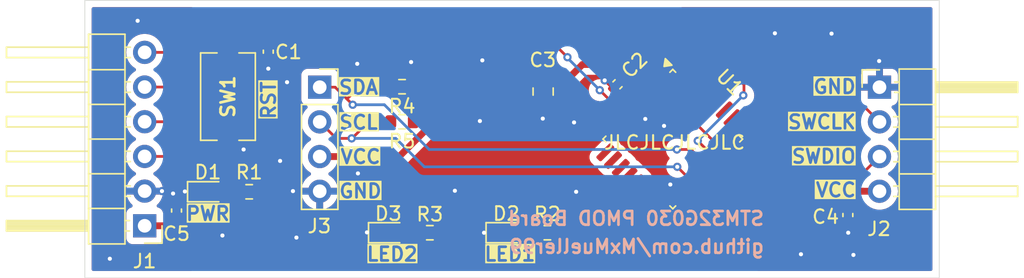
<source format=kicad_pcb>
(kicad_pcb (version 20240108) (generator "pcbnew") (generator_version "8.0")
  (layers (0 "F.Cu" signal) (31 "B.Cu" signal) (34 "B.Paste" user) (35 "F.Paste" user) (36 "B.SilkS" user "B.Silkscreen") (37 "F.SilkS" user "F.Silkscreen") (38 "B.Mask" user) (39 "F.Mask" user) (44 "Edge.Cuts" user))
  (net 0 "")
  (net 1 "PMOD_3.3V")
  (net 2 "GPIO_1")
  (net 3 "UART_RXD")
  (net 4 "PMOD_GND")
  (net 5 "GPIO_2")
  (net 6 "UART_TXD")
  (net 7 "Net-(D1-A)")
  (net 9 "Net-(D2-A)")
  (net 15 "Net-(U1-NRST)")
  (net 19 "Net-(D3-A)")
  (net 20 "SCL")
  (net 30 "SDA")
  (net 32 "SWDIO")
  (net 33 "SWCLK")
  (net 34 "LED1")
  (net 35 "LED2")
  (footprint "Package_QFP:LQFP-32_7x7mm_P0.8mm" (layer "F.Cu") (at 136.197843 78.9432 -45)
    (property "Reference" "U1" (at 0 -5.88 135) (layer "F.SilkS"))
    (property "Value" "STM32G030K8Tx")
    (fp_line (start -3.61 3.61) (end -3.61 3.31) (stroke (width 0.12)) (layer "F.SilkS"))
    (fp_line (start -3.31 3.61) (end -3.61 3.61) (stroke (width 0.12)) (layer "F.SilkS"))
    (fp_line (start 3.31 3.61) (end 3.61 3.61) (stroke (width 0.12)) (layer "F.SilkS"))
    (fp_line (start -3.61 -3.61) (end -3.61 -3.31) (stroke (width 0.12)) (layer "F.SilkS"))
    (fp_line (start 3.61 3.61) (end 3.61 3.31) (stroke (width 0.12)) (layer "F.SilkS"))
    (fp_line (start -3.31 -3.61) (end -3.61 -3.61) (stroke (width 0.12)) (layer "F.SilkS"))
    (fp_line (start 3.31 -3.61) (end 3.61 -3.61) (stroke (width 0.12)) (layer "F.SilkS"))
    (fp_line (start 3.61 -3.61) (end 3.61 -3.31) (stroke (width 0.12)) (layer "F.SilkS"))
    (fp_poly (pts (xy -4.2125 -3.31) (xy -4.5525 -3.78) (xy -3.8725 -3.780001) (xy -4.2125 -3.31)) (stroke (width 0.12)) (fill solid) (layer "F.SilkS"))
    (pad "1" smd roundrect (at -4.175 -2.8 315) (size 1.5 0.5) (layers "F.Cu" "F.Paste" "F.Mask"))
    (pad "2" smd roundrect (at -4.175 -2 315) (size 1.5 0.5) (layers "F.Cu" "F.Paste" "F.Mask"))
    (pad "3" smd roundrect (at -4.175 -1.2 315) (size 1.5 0.5) (layers "F.Cu" "F.Paste" "F.Mask"))
    (pad "4" smd roundrect (at -4.175 -0.4 315) (size 1.5 0.5) (layers "F.Cu" "F.Paste" "F.Mask") (net 1 "PMOD_3.3V"))
    (pad "5" smd roundrect (at -4.175 0.4 315) (size 1.5 0.5) (layers "F.Cu" "F.Paste" "F.Mask") (net 4 "PMOD_GND"))
    (pad "6" smd roundrect (at -4.175 1.2 315) (size 1.5 0.5) (layers "F.Cu" "F.Paste" "F.Mask") (net 15 "Net-(U1-NRST)"))
    (pad "7" smd roundrect (at -4.175 2 315) (size 1.5 0.5) (layers "F.Cu" "F.Paste" "F.Mask"))
    (pad "8" smd roundrect (at -4.175 2.8 315) (size 1.5 0.5) (layers "F.Cu" "F.Paste" "F.Mask"))
    (pad "9" smd roundrect (at -2.8 4.175 315) (size 0.5 1.5) (layers "F.Cu" "F.Paste" "F.Mask"))
    (pad "10" smd roundrect (at -2 4.175 315) (size 0.5 1.5) (layers "F.Cu" "F.Paste" "F.Mask"))
    (pad "11" smd roundrect (at -1.2 4.175 315) (size 0.5 1.5) (layers "F.Cu" "F.Paste" "F.Mask"))
    (pad "12" smd roundrect (at -0.4 4.175 315) (size 0.5 1.5) (layers "F.Cu" "F.Paste" "F.Mask"))
    (pad "13" smd roundrect (at 0.4 4.175 315) (size 0.5 1.5) (layers "F.Cu" "F.Paste" "F.Mask"))
    (pad "14" smd roundrect (at 1.2 4.175 315) (size 0.5 1.5) (layers "F.Cu" "F.Paste" "F.Mask"))
    (pad "15" smd roundrect (at 2 4.175 315) (size 0.5 1.5) (layers "F.Cu" "F.Paste" "F.Mask") (net 34 "LED1"))
    (pad "16" smd roundrect (at 2.8 4.175 315) (size 0.5 1.5) (layers "F.Cu" "F.Paste" "F.Mask") (net 35 "LED2"))
    (pad "17" smd roundrect (at 4.175 2.8 315) (size 1.5 0.5) (layers "F.Cu" "F.Paste" "F.Mask"))
    (pad "18" smd roundrect (at 4.175 2 315) (size 1.5 0.5) (layers "F.Cu" "F.Paste" "F.Mask"))
    (pad "19" smd roundrect (at 4.175 1.2 315) (size 1.5 0.5) (layers "F.Cu" "F.Paste" "F.Mask") (net 20 "SCL"))
    (pad "20" smd roundrect (at 4.175 0.4 315) (size 1.5 0.5) (layers "F.Cu" "F.Paste" "F.Mask"))
    (pad "21" smd roundrect (at 4.175 -0.4 315) (size 1.5 0.5) (layers "F.Cu" "F.Paste" "F.Mask") (net 30 "SDA"))
    (pad "22" smd roundrect (at 4.175 -1.2 315) (size 1.5 0.5) (layers "F.Cu" "F.Paste" "F.Mask") (net 2 "GPIO_1"))
    (pad "23" smd roundrect (at 4.175 -2 315) (size 1.5 0.5) (layers "F.Cu" "F.Paste" "F.Mask") (net 5 "GPIO_2"))
    (pad "24" smd roundrect (at 4.175 -2.8 315) (size 1.5 0.5) (layers "F.Cu" "F.Paste" "F.Mask") (net 32 "SWDIO"))
    (pad "25" smd roundrect (at 2.8 -4.175 315) (size 0.5 1.5) (layers "F.Cu" "F.Paste" "F.Mask") (net 33 "SWCLK"))
    (pad "26" smd roundrect (at 2 -4.175 315) (size 0.5 1.5) (layers "F.Cu" "F.Paste" "F.Mask"))
    (pad "27" smd roundrect (at 1.2 -4.175 315) (size 0.5 1.5) (layers "F.Cu" "F.Paste" "F.Mask"))
    (pad "28" smd roundrect (at 0.4 -4.175 315) (size 0.5 1.5) (layers "F.Cu" "F.Paste" "F.Mask"))
    (pad "29" smd roundrect (at -0.4 -4.175 315) (size 0.5 1.5) (layers "F.Cu" "F.Paste" "F.Mask"))
    (pad "30" smd roundrect (at -1.2 -4.175 315) (size 0.5 1.5) (layers "F.Cu" "F.Paste" "F.Mask") (net 6 "UART_TXD"))
    (pad "31" smd roundrect (at -2 -4.175 315) (size 0.5 1.5) (layers "F.Cu" "F.Paste" "F.Mask") (net 3 "UART_RXD"))
    (pad "32" smd roundrect (at -2.8 -4.175 315) (size 0.5 1.5) (layers "F.Cu" "F.Paste" "F.Mask"))
  )
  (footprint "Connector_PinHeader_2.54mm:PinHeader_1x06_P2.54mm_Horizontal" (layer "F.Cu") (at 97.593 85.2932 180)
    (property "Reference" "J1" (at 0.0062 -2.5908 180) (layer "F.SilkS"))
    (property "Value" "Conn_01x06")
    (fp_line (start 10.1 13.08) (end 4.1 13.08) (stroke (width 0.12)) (layer "F.SilkS"))
    (fp_line (start 10.1 12.32) (end 10.1 13.08) (stroke (width 0.12)) (layer "F.SilkS"))
    (fp_line (start 10.1 10.54) (end 4.1 10.54) (stroke (width 0.12)) (layer "F.SilkS"))
    (fp_line (start 10.1 9.78) (end 10.1 10.54) (stroke (width 0.12)) (layer "F.SilkS"))
    (fp_line (start 10.1 8) (end 4.1 8) (stroke (width 0.12)) (layer "F.SilkS"))
    (fp_line (start 10.1 7.24) (end 10.1 8) (stroke (width 0.12)) (layer "F.SilkS"))
    (fp_line (start 10.1 5.46) (end 4.1 5.46) (stroke (width 0.12)) (layer "F.SilkS"))
    (fp_line (start 10.1 4.7) (end 10.1 5.46) (stroke (width 0.12)) (layer "F.SilkS"))
    (fp_line (start 10.1 2.92) (end 4.1 2.92) (stroke (width 0.12)) (layer "F.SilkS"))
    (fp_line (start 10.1 2.16) (end 10.1 2.92) (stroke (width 0.12)) (layer "F.SilkS"))
    (fp_line (start 10.1 0.38) (end 4.1 0.38) (stroke (width 0.12)) (layer "F.SilkS"))
    (fp_line (start 10.1 -0.38) (end 10.1 0.38) (stroke (width 0.12)) (layer "F.SilkS"))
    (fp_line (start 4.1 14.03) (end 4.1 -1.33) (stroke (width 0.12)) (layer "F.SilkS"))
    (fp_line (start 4.1 12.32) (end 10.1 12.32) (stroke (width 0.12)) (layer "F.SilkS"))
    (fp_line (start 4.1 9.78) (end 10.1 9.78) (stroke (width 0.12)) (layer "F.SilkS"))
    (fp_line (start 4.1 7.24) (end 10.1 7.24) (stroke (width 0.12)) (layer "F.SilkS"))
    (fp_line (start 4.1 4.7) (end 10.1 4.7) (stroke (width 0.12)) (layer "F.SilkS"))
    (fp_line (start 4.1 2.16) (end 10.1 2.16) (stroke (width 0.12)) (layer "F.SilkS"))
    (fp_line (start 4.1 0.28) (end 10.1 0.28) (stroke (width 0.12)) (layer "F.SilkS"))
    (fp_line (start 4.1 0.16) (end 10.1 0.16) (stroke (width 0.12)) (layer "F.SilkS"))
    (fp_line (start 4.1 0.04) (end 10.1 0.04) (stroke (width 0.12)) (layer "F.SilkS"))
    (fp_line (start 4.1 -0.08) (end 10.1 -0.08) (stroke (width 0.12)) (layer "F.SilkS"))
    (fp_line (start 4.1 -0.2) (end 10.1 -0.2) (stroke (width 0.12)) (layer "F.SilkS"))
    (fp_line (start 4.1 -0.32) (end 10.1 -0.32) (stroke (width 0.12)) (layer "F.SilkS"))
    (fp_line (start 4.1 -0.38) (end 10.1 -0.38) (stroke (width 0.12)) (layer "F.SilkS"))
    (fp_line (start 4.1 -1.33) (end 1.44 -1.33) (stroke (width 0.12)) (layer "F.SilkS"))
    (fp_line (start 1.44 14.03) (end 4.1 14.03) (stroke (width 0.12)) (layer "F.SilkS"))
    (fp_line (start 1.44 11.43) (end 4.1 11.43) (stroke (width 0.12)) (layer "F.SilkS"))
    (fp_line (start 1.44 8.89) (end 4.1 8.89) (stroke (width 0.12)) (layer "F.SilkS"))
    (fp_line (start 1.44 6.35) (end 4.1 6.35) (stroke (width 0.12)) (layer "F.SilkS"))
    (fp_line (start 1.44 3.81) (end 4.1 3.81) (stroke (width 0.12)) (layer "F.SilkS"))
    (fp_line (start 1.44 1.27) (end 4.1 1.27) (stroke (width 0.12)) (layer "F.SilkS"))
    (fp_line (start 1.44 -1.33) (end 1.44 14.03) (stroke (width 0.12)) (layer "F.SilkS"))
    (fp_line (start 1.11 0.38) (end 1.44 0.38) (stroke (width 0.12)) (layer "F.SilkS"))
    (fp_line (start 1.11 -0.38) (end 1.44 -0.38) (stroke (width 0.12)) (layer "F.SilkS"))
    (fp_line (start 1.042929 13.08) (end 1.44 13.08) (stroke (width 0.12)) (layer "F.SilkS"))
    (fp_line (start 1.042929 12.32) (end 1.44 12.32) (stroke (width 0.12)) (layer "F.SilkS"))
    (fp_line (start 1.042929 10.54) (end 1.44 10.54) (stroke (width 0.12)) (layer "F.SilkS"))
    (fp_line (start 1.042929 9.78) (end 1.44 9.78) (stroke (width 0.12)) (layer "F.SilkS"))
    (fp_line (start 1.042929 8) (end 1.44 8) (stroke (width 0.12)) (layer "F.SilkS"))
    (fp_line (start 1.042929 7.24) (end 1.44 7.24) (stroke (width 0.12)) (layer "F.SilkS"))
    (fp_line (start 1.042929 5.46) (end 1.44 5.46) (stroke (width 0.12)) (layer "F.SilkS"))
    (fp_line (start 1.042929 4.7) (end 1.44 4.7) (stroke (width 0.12)) (layer "F.SilkS"))
    (fp_line (start 1.042929 2.92) (end 1.44 2.92) (stroke (width 0.12)) (layer "F.SilkS"))
    (fp_line (start 1.042929 2.16) (end 1.44 2.16) (stroke (width 0.12)) (layer "F.SilkS"))
    (fp_line (start -1.27 0) (end -1.27 -1.27) (stroke (width 0.12)) (layer "F.SilkS"))
    (fp_line (start -1.27 -1.27) (end 0 -1.27) (stroke (width 0.12)) (layer "F.SilkS"))
    (pad "1" thru_hole rect (at 0 0 180) (size 1.7 1.7) (drill 1) (layers "*.Cu" "*.Mask") (net 1 "PMOD_3.3V"))
    (pad "2" thru_hole oval (at 0 2.54 180) (size 1.7 1.7) (drill 1) (layers "*.Cu" "*.Mask") (net 4 "PMOD_GND"))
    (pad "3" thru_hole oval (at 0 5.08 180) (size 1.7 1.7) (drill 1) (layers "*.Cu" "*.Mask") (net 5 "GPIO_2"))
    (pad "4" thru_hole oval (at 0 7.62 180) (size 1.7 1.7) (drill 1) (layers "*.Cu" "*.Mask") (net 3 "UART_RXD"))
    (pad "5" thru_hole oval (at 0 10.16 180) (size 1.7 1.7) (drill 1) (layers "*.Cu" "*.Mask") (net 6 "UART_TXD"))
    (pad "6" thru_hole oval (at 0 12.7 180) (size 1.7 1.7) (drill 1) (layers "*.Cu" "*.Mask") (net 2 "GPIO_1"))
  )
  (footprint "Button_Switch_SMD:SW_Tactile_SPST_NO_Straight_CK_PTS636Sx25SMTRLFS" (layer "F.Cu") (at 103.6828 75.8332 90)
    (property "Reference" "SW1" (at 0 0 90) (layer "F.SilkS") (effects (font (thickness 0.2) (bold yes))))
    (property "Value" "SW_Push")
    (fp_line (start 3.2 -2) (end -3.2 -2) (stroke (width 0.12)) (layer "F.SilkS"))
    (fp_line (start -3.2 -2) (end -3.2 -0.8) (stroke (width 0.12)) (layer "F.SilkS"))
    (fp_line (start 3.2 -0.8) (end 3.2 -2) (stroke (width 0.12)) (layer "F.SilkS"))
    (fp_line (start -3.2 0.8) (end -3.2 2) (stroke (width 0.12)) (layer "F.SilkS"))
    (fp_line (start 3.2 2) (end 3.2 0.8) (stroke (width 0.12)) (layer "F.SilkS"))
    (fp_line (start -3.2 2) (end 3.2 2) (stroke (width 0.12)) (layer "F.SilkS"))
    (pad "1" smd rect (at -3.875 0 90) (size 1.25 1) (layers "F.Cu" "F.Paste" "F.Mask") (net 4 "PMOD_GND"))
    (pad "2" smd rect (at 3.875 0 90) (size 1.25 1) (layers "F.Cu" "F.Paste" "F.Mask") (net 15 "Net-(U1-NRST)"))
  )
  (footprint "Capacitor_SMD:C_0402_1005Metric" (layer "F.Cu") (at 132.1562 74.93 -135)
    (property "Reference" "C2" (at -1.867893 0.107763 -135) (layer "F.SilkS"))
    (property "Value" "100n")
    (fp_line (start -0.107836 0.36) (end 0.107836 0.36) (stroke (width 0.12)) (layer "F.SilkS"))
    (fp_line (start -0.107836 -0.36) (end 0.107836 -0.36) (stroke (width 0.12)) (layer "F.SilkS"))
    (pad "1" smd roundrect (at -0.48 0 225) (size 0.56 0.62) (layers "F.Cu" "F.Paste" "F.Mask") (net 1 "PMOD_3.3V"))
    (pad "2" smd roundrect (at 0.48 0 225) (size 0.56 0.62) (layers "F.Cu" "F.Paste" "F.Mask") (net 4 "PMOD_GND"))
  )
  (footprint "Capacitor_SMD:C_0402_1005Metric" (layer "F.Cu") (at 99.9236 84.1756 90)
    (property "Reference" "C5" (at -1.7018 0 0) (layer "F.SilkS"))
    (property "Value" "100n")
    (fp_line (start -0.107836 -0.36) (end 0.107836 -0.36) (stroke (width 0.12)) (layer "F.SilkS"))
    (fp_line (start -0.107836 0.36) (end 0.107836 0.36) (stroke (width 0.12)) (layer "F.SilkS"))
    (pad "1" smd roundrect (at -0.48 0 90) (size 0.56 0.62) (layers "F.Cu" "F.Paste" "F.Mask") (net 1 "PMOD_3.3V"))
    (pad "2" smd roundrect (at 0.48 0 90) (size 0.56 0.62) (layers "F.Cu" "F.Paste" "F.Mask") (net 4 "PMOD_GND"))
  )
  (footprint "Resistor_SMD:R_0603_1608Metric" (layer "F.Cu") (at 116.4082 77.6732 180)
    (property "Reference" "R5" (at 0 -1.43 180) (layer "F.SilkS"))
    (property "Value" "4.7k")
    (fp_line (start -0.237258 0.5225) (end 0.237258 0.5225) (stroke (width 0.12)) (layer "F.SilkS"))
    (fp_line (start -0.237258 -0.5225) (end 0.237258 -0.5225) (stroke (width 0.12)) (layer "F.SilkS"))
    (pad "1" smd roundrect (at -0.825 0 180) (size 0.8 0.95) (layers "F.Cu" "F.Paste" "F.Mask") (net 1 "PMOD_3.3V"))
    (pad "2" smd roundrect (at 0.825 0 180) (size 0.8 0.95) (layers "F.Cu" "F.Paste" "F.Mask") (net 20 "SCL"))
  )
  (footprint "Resistor_SMD:R_0603_1608Metric" (layer "F.Cu") (at 118.4392 85.8012 180)
    (property "Reference" "R3" (at 0 1.3462 180) (layer "F.SilkS"))
    (property "Value" "300")
    (fp_line (start -0.237258 0.5225) (end 0.237258 0.5225) (stroke (width 0.12)) (layer "F.SilkS"))
    (fp_line (start -0.237258 -0.5225) (end 0.237258 -0.5225) (stroke (width 0.12)) (layer "F.SilkS"))
    (pad "1" smd roundrect (at -0.825 0 180) (size 0.8 0.95) (layers "F.Cu" "F.Paste" "F.Mask") (net 35 "LED2"))
    (pad "2" smd roundrect (at 0.825 0 180) (size 0.8 0.95) (layers "F.Cu" "F.Paste" "F.Mask") (net 19 "Net-(D3-A)"))
  )
  (footprint "LED_SMD:LED_0603_1608Metric" (layer "F.Cu") (at 115.442 85.8012)
    (property "Reference" "D3" (at -0.0376 -1.397 0) (layer "F.SilkS"))
    (property "Value" "LED")
    (fp_line (start -1.485 -0.735) (end -1.485 0.735) (stroke (width 0.12)) (layer "F.SilkS"))
    (fp_line (start -1.485 0.735) (end 0.8 0.735) (stroke (width 0.12)) (layer "F.SilkS"))
    (fp_line (start 0.8 -0.735) (end -1.485 -0.735) (stroke (width 0.12)) (layer "F.SilkS"))
    (pad "1" smd roundrect (at -0.7875 0) (size 0.875 0.95) (layers "F.Cu" "F.Paste" "F.Mask") (net 4 "PMOD_GND"))
    (pad "2" smd roundrect (at 0.7875 0) (size 0.875 0.95) (layers "F.Cu" "F.Paste" "F.Mask") (net 19 "Net-(D3-A)"))
  )
  (footprint "LED_SMD:LED_0603_1608Metric" (layer "F.Cu") (at 124.0338 85.8012)
    (property "Reference" "D2" (at -0.0056 -1.397 0) (layer "F.SilkS"))
    (property "Value" "LED")
    (fp_line (start -1.485 -0.735) (end -1.485 0.735) (stroke (width 0.12)) (layer "F.SilkS"))
    (fp_line (start -1.485 0.735) (end 0.8 0.735) (stroke (width 0.12)) (layer "F.SilkS"))
    (fp_line (start 0.8 -0.735) (end -1.485 -0.735) (stroke (width 0.12)) (layer "F.SilkS"))
    (pad "1" smd roundrect (at -0.7875 0) (size 0.875 0.95) (layers "F.Cu" "F.Paste" "F.Mask") (net 4 "PMOD_GND"))
    (pad "2" smd roundrect (at 0.7875 0) (size 0.875 0.95) (layers "F.Cu" "F.Paste" "F.Mask") (net 9 "Net-(D2-A)"))
  )
  (footprint "Connector_PinHeader_2.54mm:PinHeader_1x04_P2.54mm_Horizontal" (layer "F.Cu") (at 151.3078 75.1432)
    (property "Reference" "J2" (at -0.033 10.3786 0) (layer "F.SilkS"))
    (property "Value" "Conn_01x04" (hide yes))
    (fp_line (start -1.27 -1.27) (end 0 -1.27) (stroke (width 0.12)) (layer "F.SilkS"))
    (fp_line (start -1.27 0) (end -1.27 -1.27) (stroke (width 0.12)) (layer "F.SilkS"))
    (fp_line (start 1.042929 2.16) (end 1.44 2.16) (stroke (width 0.12)) (layer "F.SilkS"))
    (fp_line (start 1.042929 2.92) (end 1.44 2.92) (stroke (width 0.12)) (layer "F.SilkS"))
    (fp_line (start 1.042929 4.7) (end 1.44 4.7) (stroke (width 0.12)) (layer "F.SilkS"))
    (fp_line (start 1.042929 5.46) (end 1.44 5.46) (stroke (width 0.12)) (layer "F.SilkS"))
    (fp_line (start 1.042929 7.24) (end 1.44 7.24) (stroke (width 0.12)) (layer "F.SilkS"))
    (fp_line (start 1.042929 8) (end 1.44 8) (stroke (width 0.12)) (layer "F.SilkS"))
    (fp_line (start 1.11 -0.38) (end 1.44 -0.38) (stroke (width 0.12)) (layer "F.SilkS"))
    (fp_line (start 1.11 0.38) (end 1.44 0.38) (stroke (width 0.12)) (layer "F.SilkS"))
    (fp_line (start 1.44 -1.33) (end 1.44 8.95) (stroke (width 0.12)) (layer "F.SilkS"))
    (fp_line (start 1.44 1.27) (end 4.1 1.27) (stroke (width 0.12)) (layer "F.SilkS"))
    (fp_line (start 1.44 3.81) (end 4.1 3.81) (stroke (width 0.12)) (layer "F.SilkS"))
    (fp_line (start 1.44 6.35) (end 4.1 6.35) (stroke (width 0.12)) (layer "F.SilkS"))
    (fp_line (start 1.44 8.95) (end 4.1 8.95) (stroke (width 0.12)) (layer "F.SilkS"))
    (fp_line (start 4.1 -1.33) (end 1.44 -1.33) (stroke (width 0.12)) (layer "F.SilkS"))
    (fp_line (start 4.1 -0.38) (end 10.1 -0.38) (stroke (width 0.12)) (layer "F.SilkS"))
    (fp_line (start 4.1 -0.32) (end 10.1 -0.32) (stroke (width 0.12)) (layer "F.SilkS"))
    (fp_line (start 4.1 -0.2) (end 10.1 -0.2) (stroke (width 0.12)) (layer "F.SilkS"))
    (fp_line (start 4.1 -0.08) (end 10.1 -0.08) (stroke (width 0.12)) (layer "F.SilkS"))
    (fp_line (start 4.1 0.04) (end 10.1 0.04) (stroke (width 0.12)) (layer "F.SilkS"))
    (fp_line (start 4.1 0.16) (end 10.1 0.16) (stroke (width 0.12)) (layer "F.SilkS"))
    (fp_line (start 4.1 0.28) (end 10.1 0.28) (stroke (width 0.12)) (layer "F.SilkS"))
    (fp_line (start 4.1 2.16) (end 10.1 2.16) (stroke (width 0.12)) (layer "F.SilkS"))
    (fp_line (start 4.1 4.7) (end 10.1 4.7) (stroke (width 0.12)) (layer "F.SilkS"))
    (fp_line (start 4.1 7.24) (end 10.1 7.24) (stroke (width 0.12)) (layer "F.SilkS"))
    (fp_line (start 4.1 8.95) (end 4.1 -1.33) (stroke (width 0.12)) (layer "F.SilkS"))
    (fp_line (start 10.1 -0.38) (end 10.1 0.38) (stroke (width 0.12)) (layer "F.SilkS"))
    (fp_line (start 10.1 0.38) (end 4.1 0.38) (stroke (width 0.12)) (layer "F.SilkS"))
    (fp_line (start 10.1 2.16) (end 10.1 2.92) (stroke (width 0.12)) (layer "F.SilkS"))
    (fp_line (start 10.1 2.92) (end 4.1 2.92) (stroke (width 0.12)) (layer "F.SilkS"))
    (fp_line (start 10.1 4.7) (end 10.1 5.46) (stroke (width 0.12)) (layer "F.SilkS"))
    (fp_line (start 10.1 5.46) (end 4.1 5.46) (stroke (width 0.12)) (layer "F.SilkS"))
    (fp_line (start 10.1 7.24) (end 10.1 8) (stroke (width 0.12)) (layer "F.SilkS"))
    (fp_line (start 10.1 8) (end 4.1 8) (stroke (width 0.12)) (layer "F.SilkS"))
    (pad "1" thru_hole rect (at 0 0) (size 1.7 1.7) (drill 1) (layers "*.Cu" "*.Mask") (net 4 "PMOD_GND"))
    (pad "2" thru_hole oval (at 0 2.54) (size 1.7 1.7) (drill 1) (layers "*.Cu" "*.Mask") (net 33 "SWCLK"))
    (pad "3" thru_hole oval (at 0 5.08) (size 1.7 1.7) (drill 1) (layers "*.Cu" "*.Mask") (net 32 "SWDIO"))
    (pad "4" thru_hole oval (at 0 7.62) (size 1.7 1.7) (drill 1) (layers "*.Cu" "*.Mask") (net 1 "PMOD_3.3V"))
  )
  (footprint "Resistor_SMD:R_0603_1608Metric" (layer "F.Cu") (at 127.031 85.8012 180)
    (property "Reference" "R2" (at 0.0056 1.3716 180) (layer "F.SilkS"))
    (property "Value" "300")
    (fp_line (start -0.237258 0.5225) (end 0.237258 0.5225) (stroke (width 0.12)) (layer "F.SilkS"))
    (fp_line (start -0.237258 -0.5225) (end 0.237258 -0.5225) (stroke (width 0.12)) (layer "F.SilkS"))
    (pad "1" smd roundrect (at -0.825 0 180) (size 0.8 0.95) (layers "F.Cu" "F.Paste" "F.Mask") (net 34 "LED1"))
    (pad "2" smd roundrect (at 0.825 0 180) (size 0.8 0.95) (layers "F.Cu" "F.Paste" "F.Mask") (net 9 "Net-(D2-A)"))
  )
  (footprint "Resistor_SMD:R_0603_1608Metric" (layer "F.Cu") (at 105.2322 82.804 180)
    (property "Reference" "R1" (at 0.0004 1.43 180) (layer "F.SilkS"))
    (property "Value" "1.5k")
    (fp_line (start -0.237258 0.5225) (end 0.237258 0.5225) (stroke (width 0.12)) (layer "F.SilkS"))
    (fp_line (start -0.237258 -0.5225) (end 0.237258 -0.5225) (stroke (width 0.12)) (layer "F.SilkS"))
    (pad "1" smd roundrect (at -0.825 0 180) (size 0.8 0.95) (layers "F.Cu" "F.Paste" "F.Mask") (net 1 "PMOD_3.3V"))
    (pad "2" smd roundrect (at 0.825 0 180) (size 0.8 0.95) (layers "F.Cu" "F.Paste" "F.Mask") (net 7 "Net-(D1-A)"))
  )
  (footprint "Resistor_SMD:R_0603_1608Metric" (layer "F.Cu") (at 116.4082 75.1078 180)
    (property "Reference" "R4" (at 0 -1.43 180) (layer "F.SilkS"))
    (property "Value" "4.7k")
    (fp_line (start -0.237258 0.5225) (end 0.237258 0.5225) (stroke (width 0.12)) (layer "F.SilkS"))
    (fp_line (start -0.237258 -0.5225) (end 0.237258 -0.5225) (stroke (width 0.12)) (layer "F.SilkS"))
    (pad "1" smd roundrect (at -0.825 0 180) (size 0.8 0.95) (layers "F.Cu" "F.Paste" "F.Mask") (net 1 "PMOD_3.3V"))
    (pad "2" smd roundrect (at 0.825 0 180) (size 0.8 0.95) (layers "F.Cu" "F.Paste" "F.Mask") (net 30 "SDA"))
  )
  (footprint "LED_SMD:LED_0603_1608Metric" (layer "F.Cu") (at 102.2128 82.7996)
    (property "Reference" "D1" (at 0 -1.43 0) (layer "F.SilkS"))
    (property "Value" "LED")
    (fp_line (start -1.485 -0.735) (end -1.485 0.735) (stroke (width 0.12)) (layer "F.SilkS"))
    (fp_line (start -1.485 0.735) (end 0.8 0.735) (stroke (width 0.12)) (layer "F.SilkS"))
    (fp_line (start 0.8 -0.735) (end -1.485 -0.735) (stroke (width 0.12)) (layer "F.SilkS"))
    (pad "1" smd roundrect (at -0.7875 0) (size 0.875 0.95) (layers "F.Cu" "F.Paste" "F.Mask") (net 4 "PMOD_GND"))
    (pad "2" smd roundrect (at 0.7875 0) (size 0.875 0.95) (layers "F.Cu" "F.Paste" "F.Mask") (net 7 "Net-(D1-A)"))
  )
  (footprint "Connector_PinSocket_2.54mm:PinSocket_1x04_P2.54mm_Vertical" (layer "F.Cu") (at 110.3884 75.1432)
    (property "Reference" "J3" (at -0.0254 10.1754 0) (layer "F.SilkS"))
    (property "Value" "Conn_01x04")
    (fp_line (start -1.33 1.27) (end -1.33 8.95) (stroke (width 0.12)) (layer "F.SilkS"))
    (fp_line (start -1.33 1.27) (end 1.33 1.27) (stroke (width 0.12)) (layer "F.SilkS"))
    (fp_line (start -1.33 8.95) (end 1.33 8.95) (stroke (width 0.12)) (layer "F.SilkS"))
    (fp_line (start 0 -1.33) (end 1.33 -1.33) (stroke (width 0.12)) (layer "F.SilkS"))
    (fp_line (start 1.33 -1.33) (end 1.33 0) (stroke (width 0.12)) (layer "F.SilkS"))
    (fp_line (start 1.33 1.27) (end 1.33 8.95) (stroke (width 0.12)) (layer "F.SilkS"))
    (pad "1" thru_hole rect (at 0 0) (size 1.7 1.7) (drill 1) (layers "*.Cu" "*.Mask") (net 30 "SDA"))
    (pad "2" thru_hole oval (at 0 2.54) (size 1.7 1.7) (drill 1) (layers "*.Cu" "*.Mask") (net 20 "SCL"))
    (pad "3" thru_hole oval (at 0 5.08) (size 1.7 1.7) (drill 1) (layers "*.Cu" "*.Mask") (net 1 "PMOD_3.3V"))
    (pad "4" thru_hole oval (at 0 7.62) (size 1.7 1.7) (drill 1) (layers "*.Cu" "*.Mask") (net 4 "PMOD_GND"))
  )
  (footprint "Capacitor_SMD:C_0402_1005Metric" (layer "F.Cu") (at 148.9964 84.5058 -90)
    (property "Reference" "C4" (at 0.127 1.6256 180) (layer "F.SilkS"))
    (property "Value" "100n")
    (fp_line (start -0.107836 0.36) (end 0.107836 0.36) (stroke (width 0.12)) (layer "F.SilkS"))
    (fp_line (start -0.107836 -0.36) (end 0.107836 -0.36) (stroke (width 0.12)) (layer "F.SilkS"))
    (pad "1" smd roundrect (at -0.48 0 270) (size 0.56 0.62) (layers "F.Cu" "F.Paste" "F.Mask") (net 1 "PMOD_3.3V"))
    (pad "2" smd roundrect (at 0.48 0 270) (size 0.56 0.62) (layers "F.Cu" "F.Paste" "F.Mask") (net 4 "PMOD_GND"))
  )
  (footprint "Capacitor_SMD:C_0402_1005Metric" (layer "F.Cu") (at 106.6292 72.5424 -90)
    (property "Reference" "C1" (at 0.0254 -1.4732 180) (layer "F.SilkS"))
    (property "Value" "0.1u")
    (fp_line (start -0.107836 0.36) (end 0.107836 0.36) (stroke (width 0.12)) (layer "F.SilkS"))
    (fp_line (start -0.107836 -0.36) (end 0.107836 -0.36) (stroke (width 0.12)) (layer "F.SilkS"))
    (pad "1" smd roundrect (at -0.48 0 270) (size 0.56 0.62) (layers "F.Cu" "F.Paste" "F.Mask") (net 15 "Net-(U1-NRST)"))
    (pad "2" smd roundrect (at 0.48 0 270) (size 0.56 0.62) (layers "F.Cu" "F.Paste" "F.Mask") (net 4 "PMOD_GND"))
  )
  (footprint "Capacitor_SMD:C_0805_2012Metric" (layer "F.Cu") (at 126.7206 75.4634 -90)
    (property "Reference" "C3" (at -2.3114 0.0254 180) (layer "F.SilkS"))
    (property "Value" "4.7u")
    (fp_line (start -0.261252 0.735) (end 0.261252 0.735) (stroke (width 0.12)) (layer "F.SilkS"))
    (fp_line (start -0.261252 -0.735) (end 0.261252 -0.735) (stroke (width 0.12)) (layer "F.SilkS"))
    (pad "1" smd roundrect (at -0.95 0 270) (size 1 1.45) (layers "F.Cu" "F.Paste" "F.Mask") (net 1 "PMOD_3.3V"))
    (pad "2" smd roundrect (at 0.95 0 270) (size 1 1.45) (layers "F.Cu" "F.Paste" "F.Mask") (net 4 "PMOD_GND"))
  )
  (gr_rect (start 93.218 68.7832) (end 155.6766 89.1032) (stroke (width 0.05)) (fill none) (layer "Edge.Cuts"))
  (gr_text "github.com/MxMueller99" (at 142.9766 87.4014 0) (layer "B.SilkS") (effects (font (size 1 1) (thickness 0.2) (bold yes)) (justify left bottom mirror)))
  (gr_text "STM32G030 PMOD Board" (at 142.9766 85.344 0) (layer "B.SilkS") (effects (font (size 1 1) (thickness 0.2) (bold yes)) (justify left bottom mirror)))
  (gr_text "RST" (at 107.2388 77.597 90) (layer "F.SilkS" knockout) (effects (font (size 1 1) (thickness 0.2) (bold yes)) (justify left bottom)))
  (gr_text "VCC" (at 146.557761 83.2612 0) (layer "F.SilkS" knockout) (effects (font (size 1 1) (thickness 0.2) (bold yes)) (justify left bottom)))
  (gr_text "GND" (at 111.7092 83.3374 0) (layer "F.SilkS" knockout) (effects (font (size 1 1) (thickness 0.2) (bold yes)) (justify left bottom)))
  (gr_text "SDA" (at 111.6838 75.7428 0) (layer "F.SilkS" knockout) (effects (font (size 1 1) (thickness 0.2) (bold yes)) (justify left bottom)))
  (gr_text "JLCJLCJLCJLC" (at 131.0894 79.7814 0) (layer "F.SilkS") (effects (font (size 1 1)) (justify left bottom)))
  (gr_text "VCC" (at 111.8108 80.8228 0) (layer "F.SilkS" knockout) (effects (font (size 1 1) (thickness 0.2) (bold yes)) (justify left bottom)))
  (gr_text "SWCLK" (at 144.510142 78.2828 0) (layer "F.SilkS" knockout) (effects (font (size 1 1) (thickness 0.2) (bold yes)) (justify left bottom)))
  (gr_text "LED2" (at 113.7158 87.9602 0) (layer "F.SilkS" knockout) (effects (font (size 1 1) (thickness 0.2) (bold yes)) (justify left bottom)))
  (gr_text "PWR" (at 100.5078 84.9884 0) (layer "F.SilkS" knockout) (effects (font (size 1 1) (thickness 0.2) (bold yes)) (justify left bottom)))
  (gr_text "SWDIO" (at 144.795857 80.7974 0) (layer "F.SilkS" knockout) (effects (font (size 1 1) (thickness 0.2) (bold yes)) (justify left bottom)))
  (gr_text "LED1" (at 122.3264 87.9602 0) (layer "F.SilkS" knockout) (effects (font (size 1 1) (thickness 0.2) (bold yes)) (justify left bottom)))
  (gr_text "GND" (at 146.367285 75.692 0) (layer "F.SilkS" knockout) (effects (font (size 1 1) (thickness 0.2) (bold yes)) (justify left bottom)))
  (gr_text "SCL" (at 111.7092 78.3082 0) (layer "F.SilkS" knockout) (effects (font (size 1 1) (thickness 0.2) (bold yes)) (justify left bottom)))
  (segment (start 114.6048 83.2866) (end 114.6048 81.8134) (width 0.5) (layer "F.Cu") (net 1))
  (segment (start 109.5502 88.265) (end 141.4194 88.265) (width 0.5) (layer "F.Cu") (net 1))
  (segment (start 101.981 88.265) (end 109.5502 88.265) (width 0.5) (layer "F.Cu") (net 1))
  (segment (start 148.9964 84.0258) (end 148.9964 83.8554) (width 0.2) (layer "F.Cu") (net 1))
  (segment (start 99.0092 85.2932) (end 101.981 88.265) (width 0.5) (layer "F.Cu") (net 1))
  (segment (start 109.5502 88.265) (end 114.5286 83.2866) (width 0.5) (layer "F.Cu") (net 1))
  (segment (start 150.0886 82.7632) (end 151.3078 82.7632) (width 0.5) (layer "F.Cu") (net 1))
  (segment (start 101.981 88.265) (end 104.0892 88.265) (width 0.5) (layer "F.Cu") (net 1))
  (segment (start 118.0338 77.6732) (end 118.3894 78.0288) (width 0.2) (layer "F.Cu") (net 1))
  (segment (start 121.8946 74.549) (end 121.9302 74.5134) (width 0.5) (layer "F.Cu") (net 1))
  (segment (start 117.2332 77.6732) (end 118.0338 77.6732) (width 0.2) (layer "F.Cu") (net 1))
  (segment (start 99.9236 84.6556) (end 99.6468 84.6556) (width 0.2) (layer "F.Cu") (net 1))
  (segment (start 131.387222 73.4822) (end 132.495611 74.590589) (width 0.5) (layer "F.Cu") (net 1))
  (segment (start 110.3884 80.2232) (end 113.1162 80.2232) (width 0.5) (layer "F.Cu") (net 1))
  (segment (start 114.5286 83.2866) (end 114.6048 83.2866) (width 0.5) (layer "F.Cu") (net 1))
  (segment (start 114.6556 81.7626) (end 118.3894 78.0288) (width 0.5) (layer "F.Cu") (net 1))
  (segment (start 146.9212 82.7632) (end 150.0886 82.7632) (width 0.5) (layer "F.Cu") (net 1))
  (segment (start 97.593 85.2932) (end 99.0092 85.2932) (width 0.5) (layer "F.Cu") (net 1))
  (segment (start 106.0572 86.297) (end 106.0572 82.804) (width 0.5) (layer "F.Cu") (net 1))
  (segment (start 141.4194 88.265) (end 146.9212 82.7632) (width 0.5) (layer "F.Cu") (net 1))
  (segment (start 132.495611 74.675282) (end 133.528515 75.708186) (width 0.5) (layer "F.Cu") (net 1))
  (segment (start 121.8692 74.549) (end 121.8946 74.549) (width 0.5) (layer "F.Cu") (net 1))
  (segment (start 99.6468 84.6556) (end 99.0092 85.2932) (width 0.2) (layer "F.Cu") (net 1))
  (segment (start 120.3452 76.073) (end 121.8692 74.549) (width 0.5) (layer "F.Cu") (net 1))
  (segment (start 121.9302 74.5134) (end 126.7206 74.5134) (width 0.5) (layer "F.Cu") (net 1))
  (segment (start 119.38 75.1078) (end 120.3452 76.073) (width 0.2) (layer "F.Cu") (net 1))
  (segment (start 126.7206 74.5134) (end 128.5596 74.5134) (width 0.5) (layer "F.Cu") (net 1))
  (segment (start 148.9964 83.8554) (end 150.0886 82.7632) (width 0.2) (layer "F.Cu") (net 1))
  (segment (start 128.5596 74.5134) (end 129.5908 73.4822) (width 0.5) (layer "F.Cu") (net 1))
  (segment (start 129.5908 73.4822) (end 131.387222 73.4822) (width 0.5) (layer "F.Cu") (net 1))
  (segment (start 117.2332 75.1078) (end 119.38 75.1078) (width 0.2) (layer "F.Cu") (net 1))
  (segment (start 114.6048 81.8134) (end 114.6556 81.7626) (width 0.5) (layer "F.Cu") (net 1))
  (segment (start 104.0892 88.265) (end 106.0572 86.297) (width 0.5) (layer "F.Cu") (net 1))
  (segment (start 118.3894 78.0288) (end 120.3452 76.073) (width 0.5) (layer "F.Cu") (net 1))
  (segment (start 114.6556 81.7626) (end 113.1162 80.2232) (width 0.5) (layer "F.Cu") (net 1))
  (segment (start 132.495611 74.590589) (end 132.495611 74.675282) (width 0.5) (layer "F.Cu") (net 1))
  (segment (start 135.9854 69.539) (end 101.915742 69.539) (width 0.2) (layer "F.Cu") (net 2))
  (segment (start 101.915742 69.539) (end 100.0444 71.410345) (width 0.2) (layer "F.Cu") (net 2))
  (segment (start 99.9998 71.9836) (end 99.3902 72.5932) (width 0.2) (layer "F.Cu") (net 2))
  (segment (start 139.998542 81.046843) (end 139.998542 81.045142) (width 0.2) (layer "F.Cu") (net 2))
  (segment (start 141.351 75.575721) (end 141.4018 75.524921) (width 0.2) (layer "F.Cu") (net 2))
  (segment (start 100.0444 71.410345) (end 100.0444 71.9836) (width 0.2) (layer "F.Cu") (net 2))
  (segment (start 141.4018 74.9554) (end 135.9854 69.539) (width 0.2) (layer "F.Cu") (net 2))
  (segment (start 99.3902 72.5932) (end 97.593 72.5932) (width 0.2) (layer "F.Cu") (net 2))
  (segment (start 141.4018 75.524921) (end 141.4018 74.9554) (width 0.2) (layer "F.Cu") (net 2))
  (segment (start 141.351 75.7428) (end 141.351 75.575721) (width 0.2) (layer "F.Cu") (net 2))
  (segment (start 139.998542 81.045142) (end 138.0236 79.0702) (width 0.2) (layer "F.Cu") (net 2))
  (segment (start 100.0444 71.9836) (end 99.9998 71.9836) (width 0.2) (layer "F.Cu") (net 2))
  (via (at 141.351 75.7428) (size 0.6) (drill 0.3) (layers "F.Cu" "B.Cu") (net 2))
  (via (at 138.0236 79.0702) (size 0.6) (drill 0.3) (layers "F.Cu" "B.Cu") (net 2))
  (segment (start 138.0236 79.0702) (end 141.351 75.7428) (width 0.2) (layer "B.Cu") (net 2))
  (segment (start 134.982909 70.339) (end 102.247114 70.339) (width 0.2) (layer "F.Cu") (net 3))
  (segment (start 138.127894 73.483985) (end 134.982909 70.339) (width 0.2) (layer "F.Cu") (net 3))
  (segment (start 102.247114 70.339) (end 100.8444 71.741715) (width 0.2) (layer "F.Cu") (net 3))
  (segment (start 100.8444 71.741715) (end 100.8444 77.1588) (width 0.2) (layer "F.Cu") (net 3))
  (segment (start 137.7358 74.576816) (end 138.127894 74.184722) (width 0.2) (layer "F.Cu") (net 3))
  (segment (start 100.8444 77.1588) (end 100.33 77.6732) (width 0.2) (layer "F.Cu") (net 3))
  (segment (start 100.33 77.6732) (end 97.593 77.6732) (width 0.2) (layer "F.Cu") (net 3))
  (segment (start 138.127894 74.184722) (end 138.127894 73.483985) (width 0.2) (layer "F.Cu") (net 3))
  (segment (start 99.9236 83.185) (end 99.6696 82.931) (width 0.2) (layer "F.Cu") (net 4))
  (segment (start 97.593 82.7532) (end 98.8568 82.7532) (width 0.5) (layer "F.Cu") (net 4))
  (segment (start 132.992072 76.273872) (end 134.1882 77.47) (width 0.5) (layer "F.Cu") (net 4))
  (segment (start 131.816789 75.244473) (end 131.218572 74.646256) (width 0.2) (layer "F.Cu") (net 4))
  (segment (start 126.7206 76.4134) (end 126.7206 77.4192) (width 0.5) (layer "F.Cu") (net 4))
  (segment (start 151.3078 73.2536) (end 151.2824 73.2282) (width 0.5) (layer "F.Cu") (net 4))
  (segment (start 131.816789 75.269411) (end 131.816789 75.244473) (width 0.2) (layer "F.Cu") (net 4))
  (segment (start 113.8682 85.8012) (end 113.8428 85.7758) (width 0.2) (layer "F.Cu") (net 4))
  (segment (start 151.3078 75.1432) (end 151.3078 73.2536) (width 0.5) (layer "F.Cu") (net 4))
  (segment (start 100.5542 82.7996) (end 100.5332 82.7786) (width 0.2) (layer "F.Cu") (net 4))
  (segment (start 148.9964 85.7758) (end 149.0218 85.8012) (width 0.2) (layer "F.Cu") (net 4))
  (segment (start 110.3884 82.7632) (end 108.4426 82.7632) (width 0.5) (layer "F.Cu") (net 4))
  (segment (start 99.9236 83.6956) (end 99.9236 83.185) (width 0.2) (layer "F.Cu") (net 4))
  (segment (start 106.6292 73.0224) (end 106.6292 73.787) (width 0.2) (layer "F.Cu") (net 4))
  (segment (start 123.2463 85.8012) (end 122.4026 85.8012) (width 0.2) (layer "F.Cu") (net 4))
  (segment (start 108.4426 82.7632) (end 108.4326 82.7532) (width 0.5) (layer "F.Cu") (net 4))
  (segment (start 131.816789 75.269411) (end 131.816789 75.18852) (width 0.2) (layer "F.Cu") (net 4))
  (segment (start 126.7206 77.4192) (end 126.6952 77.4446) (width 0.5) (layer "F.Cu") (net 4))
  (segment (start 114.6545 85.8012) (end 113.8682 85.8012) (width 0.2) (layer "F.Cu") (net 4))
  (segment (start 132.962829 76.273872) (end 132.992072 76.273872) (width 0.5) (layer "F.Cu") (net 4))
  (segment (start 101.4253 82.7996) (end 100.5542 82.7996) (width 0.2) (layer "F.Cu") (net 4))
  (segment (start 103.6828 79.7082) (end 104.8228 79.7082) (width 0.5) (layer "F.Cu") (net 4))
  (segment (start 104.8228 79.7082) (end 104.8258 79.7052) (width 0.5) (layer "F.Cu") (net 4))
  (segment (start 148.9964 84.9858) (end 148.9964 85.7758) (width 0.2) (layer "F.Cu") (net 4))
  (via (at 99.6696 82.931) (size 0.6) (drill 0.3) (layers "F.Cu" "B.Cu") (net 4))
  (via (at 104.8258 79.7052) (size 0.6) (drill 0.3) (layers "F.Cu" "B.Cu") (net 4))
  (via (at 113.1824 81.4578) (size 0.6) (drill 0.3) (layers "F.Cu" "B.Cu") (net 4))
  (via (at 131.218572 74.646256) (size 0.6) (drill 0.3) (layers "F.Cu" "B.Cu") (net 4))
  (via (at 107.4928 80.5434) (size 0.6) (drill 0.3) (layers "F.Cu" "B.Cu") (net 4))
  (via (at 113.1316 73.4314) (size 0.6) (drill 0.3) (layers "F.Cu" "B.Cu") (net 4))
  (via (at 149.0218 85.8012) (size 0.6) (drill 0.3) (layers "F.Cu" "B.Cu") (net 4))
  (via (at 108.0008 74.7776) (size 0.6) (drill 0.3) (layers "F.Cu" "B.Cu") (net 4))
  (via (at 128.9812 77.724) (size 0.6) (drill 0.3) (layers "F.Cu" "B.Cu") (net 4))
  (via (at 95.0468 87.7062) (size 0.6) (drill 0.3) (layers "F.Cu" "B.Cu") (net 4))
  (via (at 129.1336 82.804) (size 0.6) (drill 0.3) (layers "F.Cu" "B.Cu") (net 4))
  (via (at 108.6866 86.1568) (size 0.6) (drill 0.3) (layers "F.Cu" "B.Cu") (net 4))
  (via (at 97.0788 70.2818) (size 0.6) (drill 0.3) (layers "F.Cu" "B.Cu") (net 4))
  (via (at 135.5598 77.978) (size 0.6) (drill 0.3) (layers "F.Cu" "B.Cu") (net 4))
  (via (at 106.6292 73.787) (size 0.6) (drill 0.3) (layers "F.Cu" "B.Cu") (net 4))
  (via (at 103.2764 86.0044) (size 0.6) (drill 0.3) (layers "F.Cu" "B.Cu") (net 4))
  (via (at 108.4326 82.7532) (size 0.6) (drill 0.3) (layers "F.Cu" "B.Cu") (net 4))
  (via (at 134.1882 77.47) (size 0.6) (drill 0.3) (layers "F.Cu" "B.Cu") (net 4))
  (via (at 143.6624 71.1962) (size 0.6) (drill 0.3) (layers "F.Cu" "B.Cu") (net 4))
  (via (at 120.269 82.7278) (size 0.6) (drill 0.3) (layers "F.Cu" "B.Cu") (net 4))
  (via (at 145.5674 87.376) (size 0.6) (drill 0.3) (layers "F.Cu" "B.Cu") (net 4))
  (via (at 136.017 82.2706) (size 0.6) (drill 0.3) (layers "F.Cu" "B.Cu") (net 4))
  (via (at 113.8428 85.7758) (size 0.6) (drill 0.3) (layers "F.Cu" "B.Cu") (net 4))
  (via (at 117.0686 73.3044) (size 0.6) (drill 0.3) (layers "F.Cu" "B.Cu") (net 4))
  (via (at 122.2756 73.1774) (size 0.6) (drill 0.3) (layers "F.Cu" "B.Cu") (net 4))
  (via (at 122.0978 77.6224) (size 0.6) (drill 0.3) (layers "F.Cu" "B.Cu") (net 4))
  (via (at 151.2824 73.2282) (size 0.6) (drill 0.3) (layers "F.Cu" "B.Cu") (net 4))
  (via (at 98.8568 82.7532) (size 0.6) (drill 0.3) (layers "F.Cu" "B.Cu") (net 4))
  (via (at 149.4028 87.4268) (size 0.6) (drill 0.3) (layers "F.Cu" "B.Cu") (net 4))
  (via (at 147.8026 71.2216) (size 0.6) (drill 0.3) (layers "F.Cu" "B.Cu") (net 4))
  (via (at 122.4026 85.8012) (size 0.6) (drill 0.3) (layers "F.Cu" "B.Cu") (net 4))
  (via (at 126.6952 77.4446) (size 0.6) (drill 0.3) (layers "F.Cu" "B.Cu") (net 4))
  (via (at 100.5332 82.7786) (size 0.6) (drill 0.3) (layers "F.Cu" "B.Cu") (net 4))
  (segment (start 100.5332 82.7786) (end 100.5078 82.804) (width 0.2) (layer "B.Cu") (net 4))
  (segment (start 151.2824 73.2282) (end 151.3586 73.3044) (width 0.5) (layer "B.Cu") (net 4))
  (segment (start 99.6696 82.931) (end 99.7966 82.804) (width 0.2) (layer "B.Cu") (net 4))
  (segment (start 136.2202 72.2884) (end 134.6962 70.7644) (width 0.2) (layer "F.Cu") (net 5))
  (segment (start 101.2444 71.9074) (end 101.2444 78.6892) (width 0.2) (layer "F.Cu") (net 5))
  (segment (start 99.7204 80.2132) (end 97.593 80.2132) (width 0.2) (layer "F.Cu") (net 5))
  (segment (start 134.6962 70.7644) (end 102.4382 70.7644) (width 0.2) (layer "F.Cu") (net 5))
  (segment (start 136.212336 76.129266) (end 136.212336 72.296264) (width 0.2) (layer "F.Cu") (net 5))
  (segment (start 140.564227 80.481157) (end 140.564227 80.417027) (width 0.2) (layer "F.Cu") (net 5))
  (segment (start 102.4382 70.7644) (end 102.4128 70.739) (width 0.2) (layer "F.Cu") (net 5))
  (segment (start 140.564227 80.481157) (end 136.212336 76.129266) (width 0.2) (layer "F.Cu") (net 5))
  (segment (start 136.212336 72.296264) (end 136.2202 72.2884) (width 0.2) (layer "F.Cu") (net 5))
  (segment (start 102.4128 70.739) (end 101.2444 71.9074) (width 0.2) (layer "F.Cu") (net 5))
  (segment (start 101.2444 78.6892) (end 99.7204 80.2132) (width 0.2) (layer "F.Cu") (net 5))
  (segment (start 138.693579 74.750408) (end 138.693579 73.483984) (width 0.2) (layer "F.Cu") (net 6))
  (segment (start 100.4444 74.2188) (end 99.53 75.1332) (width 0.2) (layer "F.Cu") (net 6))
  (segment (start 138.301486 75.142501) (end 138.693579 74.750408) (width 0.2) (layer "F.Cu") (net 6))
  (segment (start 102.081428 69.939) (end 100.4444 71.57603) (width 0.2) (layer "F.Cu") (net 6))
  (segment (start 100.4444 71.57603) (end 100.4444 74.2188) (width 0.2) (layer "F.Cu") (net 6))
  (segment (start 135.148594 69.939) (end 102.081428 69.939) (width 0.2) (layer "F.Cu") (net 6))
  (segment (start 99.53 75.1332) (end 97.593 75.1332) (width 0.2) (layer "F.Cu") (net 6))
  (segment (start 138.693579 73.483984) (end 135.148594 69.939) (width 0.2) (layer "F.Cu") (net 6))
  (segment (start 103.0047 82.804) (end 103.0003 82.7996) (width 0.25) (layer "F.Cu") (net 7))
  (segment (start 104.4072 82.804) (end 103.0047 82.804) (width 0.25) (layer "F.Cu") (net 7))
  (segment (start 126.206 85.8012) (end 124.8213 85.8012) (width 0.2) (layer "F.Cu") (net 9))
  (segment (start 127.6122 72.0624) (end 128.4986 72.9488) (width 0.2) (layer "F.Cu") (net 15))
  (segment (start 130.8608 75.3618) (end 132.338557 76.839557) (width 0.2) (layer "F.Cu") (net 15))
  (segment (start 106.525 71.9582) (end 106.6292 72.0624) (width 0.2) (layer "F.Cu") (net 15))
  (segment (start 106.6292 72.0624) (end 127.6122 72.0624) (width 0.2) (layer "F.Cu") (net 15))
  (segment (start 132.338557 76.839557) (end 132.397144 76.839557) (width 0.2) (layer "F.Cu") (net 15))
  (segment (start 103.6828 71.9582) (end 106.525 71.9582) (width 0.2) (layer "F.Cu") (net 15))
  (via (at 128.4986 72.9488) (size 0.6) (drill 0.3) (layers "F.Cu" "B.Cu") (net 15))
  (via (at 130.8608 75.3618) (size 0.6) (drill 0.3) (layers "F.Cu" "B.Cu") (net 15))
  (segment (start 128.651 73.1012) (end 128.651 73.152) (width 0.2) (layer "B.Cu") (net 15))
  (segment (start 128.4986 72.9488) (end 128.651 73.1012) (width 0.2) (layer "B.Cu") (net 15))
  (segment (start 128.651 73.152) (end 130.8608 75.3618) (width 0.2) (layer "B.Cu") (net 15))
  (segment (start 117.6142 85.8012) (end 116.2295 85.8012) (width 0.2) (layer "F.Cu") (net 19))
  (segment (start 113.9698 77.6732) (end 115.5832 77.6732) (width 0.2) (layer "F.Cu") (net 20))
  (segment (start 111.5976 78.8924) (end 110.3884 77.6832) (width 0.2) (layer "F.Cu") (net 20))
  (segment (start 112.7252 78.8924) (end 112.7506 78.8924) (width 0.2) (layer "F.Cu") (net 20))
  (segment (start 112.7506 78.8924) (end 113.9698 77.6732) (width 0.2) (layer "F.Cu") (net 20))
  (segment (start 112.7252 78.8924) (end 111.5976 78.8924) (width 0.2) (layer "F.Cu") (net 20))
  (segment (start 138.301486 82.743899) (end 138.293699 82.743899) (width 0.2) (layer "F.Cu") (net 20))
  (segment (start 138.293699 82.743899) (end 136.525 80.9752) (width 0.2) (layer "F.Cu") (net 20))
  (via (at 136.525 80.9752) (size 0.6) (drill 0.3) (layers "F.Cu" "B.Cu") (net 20))
  (via (at 112.7252 78.8924) (size 0.6) (drill 0.3) (layers "F.Cu" "B.Cu") (net 20))
  (segment (start 115.951 78.8924) (end 112.7252 78.8924) (width 0.2) (layer "B.Cu") (net 20))
  (segment (start 118.0338 80.9752) (end 115.951 78.8924) (width 0.2) (layer "B.Cu") (net 20))
  (segment (start 136.525 80.9752) (end 118.0338 80.9752) (width 0.2) (layer "B.Cu") (net 20))
  (segment (start 111.516 75.1432) (end 110.3884 75.1432) (width 0.2) (layer "F.Cu") (net 30))
  (segment (start 113.284 75.1078) (end 115.5832 75.1078) (width 0.2) (layer "F.Cu") (net 30))
  (segment (start 137.525529 79.7052) (end 136.4996 79.7052) (width 0.2) (layer "F.Cu") (net 30))
  (segment (start 112.3823 76.0095) (end 113.284 75.1078) (width 0.2) (layer "F.Cu") (net 30))
  (segment (start 112.3823 76.0095) (end 111.516 75.1432) (width 0.2) (layer "F.Cu") (net 30))
  (segment (start 139.432857 81.612528) (end 137.525529 79.7052) (width 0.2) (layer "F.Cu") (net 30))
  (segment (start 112.8014 76.4286) (end 112.3823 76.0095) (width 0.2) (layer "F.Cu") (net 30))
  (via (at 136.4996 79.7052) (size 0.6) (drill 0.3) (layers "F.Cu" "B.Cu") (net 30))
  (via (at 112.8014 76.4286) (size 0.6) (drill 0.3) (layers "F.Cu" "B.Cu") (net 30))
  (segment (start 118.3894 79.7052) (end 115.1128 76.4286) (width 0.2) (layer "B.Cu") (net 30))
  (segment (start 115.1128 76.4286) (end 112.8014 76.4286) (width 0.2) (layer "B.Cu") (net 30))
  (segment (start 136.4996 79.7052) (end 118.3894 79.7052) (width 0.2) (layer "B.Cu") (net 30))
  (segment (start 141.129913 79.915472) (end 142.494441 81.28) (width 0.2) (layer "F.Cu") (net 32))
  (segment (start 142.494441 81.28) (end 150.251 81.28) (width 0.2) (layer "F.Cu") (net 32))
  (segment (start 150.251 81.28) (end 151.3078 80.2232) (width 0.2) (layer "F.Cu") (net 32))
  (segment (start 150.1802 76.5556) (end 151.3078 77.6832) (width 0.2) (layer "F.Cu") (net 33))
  (segment (start 141.129913 77.970487) (end 142.5448 76.5556) (width 0.2) (layer "F.Cu") (net 33))
  (segment (start 141.129913 77.970928) (end 141.129913 77.970487) (width 0.2) (layer "F.Cu") (net 33))
  (segment (start 142.5448 76.5556) (end 150.1802 76.5556) (width 0.2) (layer "F.Cu") (net 33))
  (segment (start 134.659886 83.309584) (end 134.659886 83.322914) (width 0.2) (layer "F.Cu") (net 34))
  (segment (start 132.1816 85.8012) (end 127.856 85.8012) (width 0.2) (layer "F.Cu") (net 34))
  (segment (start 134.659886 83.322914) (end 132.1816 85.8012) (width 0.2) (layer "F.Cu") (net 34))
  (segment (start 135.225571 83.87527) (end 131.902641 87.1982) (width 0.2) (layer "F.Cu") (net 35))
  (segment (start 119.5832 85.8012) (end 119.2642 85.8012) (width 0.2) (layer "F.Cu") (net 35))
  (segment (start 120.9802 87.1982) (end 119.5832 85.8012) (width 0.2) (layer "F.Cu") (net 35))
  (segment (start 131.902641 87.1982) (end 120.9802 87.1982) (width 0.2) (layer "F.Cu") (net 35))
  (zone (net 4) (net_name "PMOD_GND") (layer "F.Cu") (priority 1) (connect_pads (clearance 0.5)) (min_thickness 0.25) (fill yes (thermal_gap 0.5) (thermal_bridge_width 0.5))
    (polygon (pts (xy 93.218 68.7832) (xy 155.6766 68.7832) (xy 155.6766 89.1032) (xy 93.218 89.0778)))
  )
  (zone (net 4) (net_name "PMOD_GND") (layer "B.Cu") (connect_pads (clearance 0.5)) (min_thickness 0.25) (fill yes (thermal_gap 0.5) (thermal_bridge_width 0.5))
    (polygon (pts (xy 93.218 68.7832) (xy 155.6766 68.7832) (xy 155.6766 89.1032) (xy 93.218 89.1032)))
  )
)
</source>
